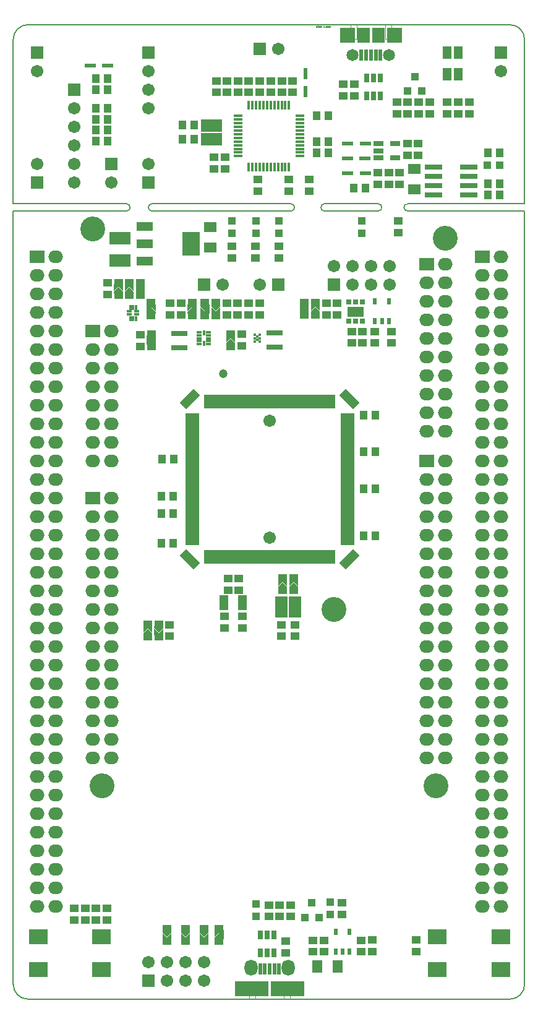
<source format=gts>
%FSLAX25Y25*%
%MOIN*%
G70*
G01*
G75*
G04 Layer_Color=8388736*
%ADD10R,0.01575X0.05315*%
%ADD11R,0.07087X0.07480*%
%ADD12R,0.05906X0.07480*%
%ADD13R,0.03937X0.03937*%
%ADD14C,0.03937*%
%ADD15R,0.04724X0.02362*%
%ADD16R,0.03937X0.00787*%
%ADD17R,0.00787X0.03937*%
%ADD18R,0.03937X0.07087*%
%ADD19R,0.02362X0.04331*%
%ADD20R,0.01600X0.03000*%
%ADD21R,0.06496X0.01181*%
%ADD22R,0.01181X0.06496*%
G04:AMPARAMS|DCode=23|XSize=39.37mil|YSize=98.43mil|CornerRadius=0mil|HoleSize=0mil|Usage=FLASHONLY|Rotation=135.000|XOffset=0mil|YOffset=0mil|HoleType=Round|Shape=Rectangle|*
%AMROTATEDRECTD23*
4,1,4,0.04872,0.02088,-0.02088,-0.04872,-0.04872,-0.02088,0.02088,0.04872,0.04872,0.02088,0.0*
%
%ADD23ROTATEDRECTD23*%

G04:AMPARAMS|DCode=24|XSize=39.37mil|YSize=98.43mil|CornerRadius=0mil|HoleSize=0mil|Usage=FLASHONLY|Rotation=225.000|XOffset=0mil|YOffset=0mil|HoleType=Round|Shape=Rectangle|*
%AMROTATEDRECTD24*
4,1,4,-0.02088,0.04872,0.04872,-0.02088,0.02088,-0.04872,-0.04872,0.02088,-0.02088,0.04872,0.0*
%
%ADD24ROTATEDRECTD24*%

%ADD25R,0.08661X0.02362*%
%ADD26R,0.01772X0.01969*%
%ADD27R,0.07874X0.04724*%
%ADD28R,0.08000X0.04000*%
%ADD29R,0.09000X0.12000*%
%ADD30R,0.04331X0.05906*%
%ADD31R,0.01575X0.05315*%
%ADD32R,0.06000X0.05000*%
%ADD33R,0.11024X0.05906*%
%ADD34R,0.10630X0.05906*%
%ADD35R,0.09055X0.07087*%
%ADD36R,0.03150X0.03543*%
%ADD37R,0.07874X0.02362*%
%ADD38R,0.03937X0.03543*%
%ADD39R,0.04000X0.03200*%
%ADD40C,0.00906*%
%ADD41R,0.01969X0.00984*%
%ADD42R,0.00984X0.01969*%
%ADD43R,0.03543X0.03937*%
%ADD44R,0.05315X0.01575*%
%ADD45R,0.03937X0.03937*%
%ADD46R,0.05906X0.10630*%
%ADD47R,0.05000X0.06000*%
%ADD48C,0.01000*%
%ADD49C,0.03000*%
%ADD50C,0.02000*%
%ADD51C,0.00500*%
%ADD52C,0.00800*%
%ADD53C,0.00900*%
%ADD54C,0.00600*%
%ADD55C,0.04000*%
%ADD56C,0.00610*%
%ADD57C,0.01600*%
%ADD58R,0.09000X0.05500*%
%ADD59R,0.11400X0.05400*%
%ADD60R,0.24300X0.08400*%
%ADD61R,0.23700X0.05006*%
%ADD62C,0.00394*%
%ADD63C,0.00197*%
%ADD64O,0.06299X0.07874*%
%ADD65R,0.09449X0.07480*%
%ADD66C,0.05709*%
%ADD67O,0.07087X0.05906*%
%ADD68R,0.07087X0.05906*%
%ADD69C,0.05906*%
%ADD70R,0.05906X0.05906*%
%ADD71R,0.05906X0.05906*%
%ADD72C,0.12598*%
%ADD73C,0.01500*%
%ADD74C,0.01600*%
%ADD75C,0.02000*%
%ADD76R,0.01181X0.01772*%
%ADD77R,0.03000X0.03000*%
%ADD78R,0.01181X0.03150*%
%ADD79C,0.01260*%
%ADD80R,0.03200X0.04000*%
%ADD81C,0.00984*%
%ADD82C,0.00787*%
%ADD83C,0.00050*%
%ADD84C,0.01200*%
%ADD85C,0.00300*%
%ADD86C,0.00120*%
%ADD87R,0.00730X0.02560*%
%ADD88R,0.06700X0.01800*%
%ADD89R,0.00650X0.02300*%
%ADD90R,0.03000X0.13551*%
%ADD91R,0.02300X0.00650*%
%ADD92R,0.01800X0.06700*%
%ADD93R,0.02560X0.00730*%
%ADD94R,0.02375X0.06115*%
%ADD95R,0.07887X0.08280*%
%ADD96R,0.06706X0.08280*%
%ADD97C,0.04737*%
%ADD98R,0.05524X0.03162*%
%ADD99R,0.04737X0.01587*%
%ADD100R,0.01587X0.04737*%
%ADD101R,0.04737X0.07887*%
%ADD102R,0.03162X0.05131*%
%ADD103R,0.02400X0.03800*%
%ADD104R,0.07296X0.01981*%
%ADD105R,0.01981X0.07296*%
G04:AMPARAMS|DCode=106|XSize=47.37mil|YSize=106.42mil|CornerRadius=0mil|HoleSize=0mil|Usage=FLASHONLY|Rotation=135.000|XOffset=0mil|YOffset=0mil|HoleType=Round|Shape=Rectangle|*
%AMROTATEDRECTD106*
4,1,4,0.05438,0.02088,-0.02088,-0.05438,-0.05438,-0.02088,0.02088,0.05438,0.05438,0.02088,0.0*
%
%ADD106ROTATEDRECTD106*%

G04:AMPARAMS|DCode=107|XSize=47.37mil|YSize=106.42mil|CornerRadius=0mil|HoleSize=0mil|Usage=FLASHONLY|Rotation=225.000|XOffset=0mil|YOffset=0mil|HoleType=Round|Shape=Rectangle|*
%AMROTATEDRECTD107*
4,1,4,-0.02088,0.05438,0.05438,-0.02088,0.02088,-0.05438,-0.05438,0.02088,-0.02088,0.05438,0.0*
%
%ADD107ROTATEDRECTD107*%

%ADD108R,0.09461X0.03162*%
%ADD109R,0.02572X0.02769*%
%ADD110R,0.08674X0.05524*%
%ADD111R,0.08800X0.04800*%
%ADD112R,0.09800X0.12800*%
%ADD113R,0.05131X0.06706*%
%ADD114R,0.02375X0.06115*%
%ADD115R,0.06800X0.05800*%
%ADD116R,0.11824X0.06706*%
%ADD117R,0.11430X0.06706*%
%ADD118R,0.09855X0.07887*%
%ADD119R,0.03950X0.04343*%
%ADD120R,0.08674X0.03162*%
%ADD121R,0.04737X0.04343*%
%ADD122R,0.04800X0.04000*%
%ADD123C,0.01706*%
%ADD124R,0.02769X0.01784*%
%ADD125R,0.01784X0.02769*%
%ADD126R,0.04343X0.04737*%
%ADD127R,0.06115X0.02375*%
%ADD128R,0.06706X0.11430*%
%ADD129R,0.05800X0.06800*%
%ADD130O,0.07099X0.08674*%
%ADD131R,0.10249X0.08280*%
%ADD132C,0.06509*%
%ADD133O,0.07887X0.06706*%
%ADD134R,0.07887X0.06706*%
%ADD135C,0.06706*%
%ADD136R,0.06706X0.06706*%
%ADD137R,0.06706X0.06706*%
%ADD138C,0.13398*%
G36*
X104800Y2225D02*
Y1225D01*
X100000D01*
Y2225D01*
X102400Y4625D01*
X104800Y2225D01*
D02*
G37*
G36*
X110700D02*
Y1225D01*
X105900D01*
Y2225D01*
X108300Y4625D01*
X110700Y2225D01*
D02*
G37*
G36*
X32100Y-22575D02*
X29700Y-20175D01*
X27300Y-22575D01*
Y-18775D01*
X32100D01*
Y-22575D01*
D02*
G37*
G36*
X38000Y-20025D02*
X35600Y-22425D01*
X33200Y-20025D01*
Y-19025D01*
X38000D01*
Y-20025D01*
D02*
G37*
G36*
X104800Y2425D02*
X102400Y4825D01*
X100000Y2425D01*
Y6225D01*
X104800D01*
Y2425D01*
D02*
G37*
G36*
X76800Y133625D02*
Y132625D01*
X72000D01*
Y133625D01*
X74400Y136025D01*
X76800Y133625D01*
D02*
G37*
G36*
X34000Y133700D02*
X31600Y136100D01*
X29200Y133700D01*
Y137500D01*
X34000D01*
Y133700D01*
D02*
G37*
G36*
X110700Y2425D02*
X108300Y4825D01*
X105900Y2425D01*
Y6225D01*
X110700D01*
Y2425D01*
D02*
G37*
G36*
X34000Y133500D02*
Y132500D01*
X29200D01*
Y133500D01*
X31600Y135900D01*
X34000Y133500D01*
D02*
G37*
G36*
X38000Y-24025D02*
X33200D01*
Y-20225D01*
X35600Y-22625D01*
X38000Y-20225D01*
Y-24025D01*
D02*
G37*
G36*
X52400Y-188025D02*
X47600D01*
Y-184225D01*
X50000Y-186625D01*
X52400Y-184225D01*
Y-188025D01*
D02*
G37*
G36*
X62400D02*
X57600D01*
Y-184225D01*
X60000Y-186625D01*
X62400Y-184225D01*
Y-188025D01*
D02*
G37*
G36*
X70600Y-186775D02*
Y-187775D01*
X65800D01*
Y-186775D01*
X68200Y-184375D01*
X70600Y-186775D01*
D02*
G37*
G36*
X42400Y-188025D02*
X37600D01*
Y-184225D01*
X40000Y-186625D01*
X42400Y-184225D01*
Y-188025D01*
D02*
G37*
G36*
X70600Y-186575D02*
X68200Y-184175D01*
X65800Y-186575D01*
Y-182775D01*
X70600D01*
Y-186575D01*
D02*
G37*
G36*
X62400Y-184025D02*
X60000Y-186425D01*
X57600Y-184025D01*
Y-183025D01*
X62400D01*
Y-184025D01*
D02*
G37*
G36*
X32100Y-22775D02*
Y-23775D01*
X27300D01*
Y-22775D01*
X29700Y-20375D01*
X32100Y-22775D01*
D02*
G37*
G36*
X42400Y-184025D02*
X40000Y-186425D01*
X37600Y-184025D01*
Y-183025D01*
X42400D01*
Y-184025D01*
D02*
G37*
G36*
X52400D02*
X50000Y-186425D01*
X47600Y-184025D01*
Y-183025D01*
X52400D01*
Y-184025D01*
D02*
G37*
G36*
X116500Y153375D02*
X114100Y150975D01*
X111700Y153375D01*
Y154375D01*
X116500D01*
Y153375D01*
D02*
G37*
G36*
X16300Y161325D02*
Y160325D01*
X11500D01*
Y161325D01*
X13900Y163725D01*
X16300Y161325D01*
D02*
G37*
G36*
X68800Y153175D02*
X66400Y150775D01*
X64000Y153175D01*
Y154175D01*
X68800D01*
Y153175D01*
D02*
G37*
G36*
X116500Y149375D02*
X111700D01*
Y153175D01*
X114100Y150775D01*
X116500Y153175D01*
Y149375D01*
D02*
G37*
G36*
X22177Y161330D02*
Y160330D01*
X17377D01*
Y161330D01*
X19777Y163731D01*
X22177Y161330D01*
D02*
G37*
G36*
Y161530D02*
X19777Y163930D01*
X17377Y161530D01*
Y165331D01*
X22177D01*
Y161530D01*
D02*
G37*
G36*
X28100Y164075D02*
X25700Y161675D01*
X23300Y164075D01*
Y165075D01*
X28100D01*
Y164075D01*
D02*
G37*
G36*
Y160075D02*
X23300D01*
Y163875D01*
X25700Y161475D01*
X28100Y163875D01*
Y160075D01*
D02*
G37*
G36*
X16300Y161525D02*
X13900Y163925D01*
X11500Y161525D01*
Y165325D01*
X16300D01*
Y161525D01*
D02*
G37*
G36*
X62900Y153175D02*
X60500Y150775D01*
X58100Y153175D01*
Y154175D01*
X62900D01*
Y153175D01*
D02*
G37*
G36*
X56000Y150400D02*
Y149400D01*
X51200D01*
Y150400D01*
X53600Y152800D01*
X56000Y150400D01*
D02*
G37*
G36*
X122400Y150525D02*
Y149525D01*
X117600D01*
Y150525D01*
X120000Y152925D01*
X122400Y150525D01*
D02*
G37*
G36*
X76800Y133825D02*
X74400Y136225D01*
X72000Y133825D01*
Y137625D01*
X76800D01*
Y133825D01*
D02*
G37*
G36*
X33900Y150400D02*
Y149400D01*
X29100D01*
Y150400D01*
X31500Y152800D01*
X33900Y150400D01*
D02*
G37*
G36*
X62900Y149175D02*
X58100D01*
Y152975D01*
X60500Y150575D01*
X62900Y152975D01*
Y149175D01*
D02*
G37*
G36*
X56000Y150600D02*
X53600Y153000D01*
X51200Y150600D01*
Y154400D01*
X56000D01*
Y150600D01*
D02*
G37*
G36*
X122400Y150725D02*
X120000Y153125D01*
X117600Y150725D01*
Y154525D01*
X122400D01*
Y150725D01*
D02*
G37*
G36*
X68800Y149175D02*
X64000D01*
Y152975D01*
X66400Y150575D01*
X68800Y152975D01*
Y149175D01*
D02*
G37*
G36*
X33900Y150600D02*
X31500Y153000D01*
X29100Y150600D01*
Y154400D01*
X33900D01*
Y150600D01*
D02*
G37*
D13*
X87900Y199346D02*
D03*
Y192654D02*
D03*
X128101Y-174447D02*
D03*
Y-167754D02*
D03*
X75100Y199346D02*
D03*
Y192654D02*
D03*
X100400Y199346D02*
D03*
Y192654D02*
D03*
X88000Y-168754D02*
D03*
Y-175446D02*
D03*
X145104Y192586D02*
D03*
Y199279D02*
D03*
D45*
X219346Y229400D02*
D03*
X212653D02*
D03*
D51*
X232796Y297086D02*
G03*
X224921Y304960I-7874J0D01*
G01*
X-34921D02*
G03*
X-42795Y297086I0J-7874D01*
G01*
X106811Y204566D02*
G03*
X106811Y208503I0J1969D01*
G01*
X32008D02*
G03*
X32008Y204566I0J-1969D01*
G01*
X18229D02*
G03*
X18229Y208503I0J1969D01*
G01*
X153858Y204566D02*
G03*
X153858Y208503I0J1969D01*
G01*
X125000Y208503D02*
G03*
X125000Y204566I-0J-1969D01*
G01*
X169803Y208503D02*
G03*
X169803Y204566I0J-1969D01*
G01*
X224921Y-219980D02*
G03*
X232796Y-212106I0J7874D01*
G01*
X-42780Y-212122D02*
G03*
X-34906Y-219996I7874J0D01*
G01*
X-42795Y-212126D02*
Y204567D01*
X232796Y297086D02*
X232796Y297086D01*
Y208503D02*
Y297086D01*
Y-212126D02*
Y204566D01*
X-42795Y208503D02*
Y297086D01*
Y204566D02*
X18229D01*
X-42795Y208503D02*
X18229D01*
X169803D02*
X232796D01*
X169803Y204566D02*
X232796D01*
X32008Y208503D02*
X106811Y208503D01*
X32008Y204566D02*
X106811Y204566D01*
X-34921Y304960D02*
X224921D01*
X125000Y208503D02*
X153858D01*
X125000Y204566D02*
X153858D01*
X-34921Y-220000D02*
X224921D01*
D62*
X71778Y-219968D02*
X84298D01*
Y-212488D01*
X87841D01*
Y-219968D02*
Y-212488D01*
Y-219968D02*
X95400D01*
X102959D01*
Y-212488D01*
X106502D01*
Y-219968D02*
Y-212488D01*
Y-219968D02*
X119022D01*
X161102Y304789D02*
X173622D01*
X161102Y297309D02*
Y304789D01*
X157559Y297309D02*
X161102D01*
X157559D02*
Y304789D01*
X150000D02*
X157559D01*
X142441D02*
X150000D01*
X142441Y297309D02*
Y304789D01*
X138898Y297309D02*
X142441D01*
X138898D02*
Y304789D01*
X126378D02*
X138898D01*
D63*
X128000Y303479D02*
Y304266D01*
X127606D01*
X127475Y304135D01*
Y304003D01*
X127606Y303872D01*
X128000D01*
X127606D01*
X127475Y303741D01*
Y303610D01*
X127606Y303479D01*
X128000D01*
X127082Y304266D02*
X126819D01*
X126688Y304135D01*
Y303872D01*
X126819Y303741D01*
X127082D01*
X127213Y303872D01*
Y304135D01*
X127082Y304266D01*
X126295Y303741D02*
X126032D01*
X125901Y303872D01*
Y304266D01*
X126295D01*
X126426Y304135D01*
X126295Y304003D01*
X125901D01*
X125639Y303741D02*
Y304266D01*
Y304003D01*
X125507Y303872D01*
X125376Y303741D01*
X125245D01*
X124327Y303479D02*
Y304266D01*
X124720D01*
X124851Y304135D01*
Y303872D01*
X124720Y303741D01*
X124327D01*
X122883Y304266D02*
X123146D01*
X123277Y304135D01*
Y303872D01*
X123146Y303741D01*
X122883D01*
X122752Y303872D01*
Y304003D01*
X123277D01*
X121965Y303479D02*
Y304266D01*
X122359D01*
X122490Y304135D01*
Y303872D01*
X122359Y303741D01*
X121965D01*
X121440Y304528D02*
X121309D01*
X121178Y304397D01*
Y303741D01*
X121572D01*
X121703Y303872D01*
Y304135D01*
X121572Y304266D01*
X121178D01*
X120522D02*
X120784D01*
X120916Y304135D01*
Y303872D01*
X120784Y303741D01*
X120522D01*
X120391Y303872D01*
Y304003D01*
X120916D01*
D94*
X100518Y-203679D02*
D03*
X97959D02*
D03*
X95400D02*
D03*
X92841D02*
D03*
X90282D02*
D03*
X144882Y288500D02*
D03*
X147441D02*
D03*
X150000D02*
D03*
X152559D02*
D03*
X155118D02*
D03*
D95*
X90872Y-214309D02*
D03*
X99928D02*
D03*
X162598Y299130D02*
D03*
X137402D02*
D03*
D96*
X153937D02*
D03*
X146063D02*
D03*
D97*
X70300Y117000D02*
D03*
D98*
X163028Y240840D02*
D03*
Y233360D02*
D03*
X153972Y237100D02*
D03*
Y233360D02*
D03*
Y240840D02*
D03*
D99*
X111732Y255827D02*
D03*
X78268Y240079D02*
D03*
Y255827D02*
D03*
X111732Y245984D02*
D03*
Y240079D02*
D03*
Y249921D02*
D03*
Y247953D02*
D03*
X78268Y234173D02*
D03*
X111732D02*
D03*
Y238110D02*
D03*
Y236142D02*
D03*
X78268Y244016D02*
D03*
X111732Y251890D02*
D03*
X78268Y245984D02*
D03*
Y247953D02*
D03*
X111732Y242047D02*
D03*
X78268Y253858D02*
D03*
Y251890D02*
D03*
X111732Y244016D02*
D03*
X78268Y236142D02*
D03*
Y249921D02*
D03*
X111732Y253858D02*
D03*
X78268Y242047D02*
D03*
Y238110D02*
D03*
D100*
X105827Y228268D02*
D03*
X101890D02*
D03*
X90079Y261732D02*
D03*
X94016D02*
D03*
X99921Y228268D02*
D03*
X88110Y261732D02*
D03*
X84173D02*
D03*
X94016Y228268D02*
D03*
X84173D02*
D03*
X90079D02*
D03*
X92047D02*
D03*
X88110D02*
D03*
X105827Y261732D02*
D03*
X92047D02*
D03*
X86142Y228268D02*
D03*
X103858D02*
D03*
X97953D02*
D03*
X86142Y261732D02*
D03*
X95984Y228268D02*
D03*
X99921Y261732D02*
D03*
X101890D02*
D03*
X103858D02*
D03*
X97953D02*
D03*
X95984D02*
D03*
D101*
X70879Y-6500D02*
D03*
X80721D02*
D03*
D102*
X155040Y276124D02*
D03*
X151300D02*
D03*
X147560D02*
D03*
Y266676D02*
D03*
X151300D02*
D03*
X155040D02*
D03*
X90260Y-194924D02*
D03*
X94000D02*
D03*
X97740D02*
D03*
Y-185476D02*
D03*
X94000D02*
D03*
X90260D02*
D03*
D103*
X130960Y-183885D02*
D03*
X138440D02*
D03*
X134700Y-194515D02*
D03*
X138440D02*
D03*
X130960D02*
D03*
X152209Y145285D02*
D03*
X159690D02*
D03*
X155950D02*
D03*
X159690Y155915D02*
D03*
X152209D02*
D03*
D104*
X53569Y25551D02*
D03*
Y27520D02*
D03*
Y29488D02*
D03*
Y31457D02*
D03*
Y33425D02*
D03*
Y35394D02*
D03*
Y37362D02*
D03*
Y39331D02*
D03*
Y41299D02*
D03*
Y43268D02*
D03*
Y45236D02*
D03*
Y47205D02*
D03*
Y49173D02*
D03*
Y51142D02*
D03*
Y53110D02*
D03*
Y55079D02*
D03*
Y57047D02*
D03*
Y59016D02*
D03*
Y60984D02*
D03*
Y62953D02*
D03*
Y64921D02*
D03*
Y66890D02*
D03*
Y68858D02*
D03*
Y70827D02*
D03*
Y72795D02*
D03*
Y74764D02*
D03*
Y76732D02*
D03*
Y78701D02*
D03*
Y80669D02*
D03*
Y82638D02*
D03*
Y84606D02*
D03*
Y86575D02*
D03*
Y88543D02*
D03*
Y90512D02*
D03*
Y92480D02*
D03*
Y94449D02*
D03*
X137231D02*
D03*
Y92480D02*
D03*
Y90512D02*
D03*
Y88543D02*
D03*
Y86575D02*
D03*
Y84606D02*
D03*
Y82638D02*
D03*
Y80669D02*
D03*
Y78701D02*
D03*
Y76732D02*
D03*
Y74764D02*
D03*
Y72795D02*
D03*
Y70827D02*
D03*
Y68858D02*
D03*
Y66890D02*
D03*
Y64921D02*
D03*
Y62953D02*
D03*
Y60984D02*
D03*
Y59016D02*
D03*
Y57047D02*
D03*
Y55079D02*
D03*
Y53110D02*
D03*
Y51142D02*
D03*
Y49173D02*
D03*
Y47205D02*
D03*
Y45236D02*
D03*
Y43268D02*
D03*
Y41299D02*
D03*
Y39331D02*
D03*
Y37362D02*
D03*
Y35394D02*
D03*
Y33425D02*
D03*
Y31457D02*
D03*
Y29488D02*
D03*
Y27520D02*
D03*
Y25551D02*
D03*
D105*
X60951Y101831D02*
D03*
X62920D02*
D03*
X64888D02*
D03*
X66857D02*
D03*
X68825D02*
D03*
X70794D02*
D03*
X72762D02*
D03*
X74731D02*
D03*
X76699D02*
D03*
X78668D02*
D03*
X80636D02*
D03*
X82605D02*
D03*
X84573D02*
D03*
X86542D02*
D03*
X88510D02*
D03*
X90479D02*
D03*
X92447D02*
D03*
X94416D02*
D03*
X96384D02*
D03*
X98353D02*
D03*
X100321D02*
D03*
X102290D02*
D03*
X104258D02*
D03*
X106227D02*
D03*
X108195D02*
D03*
X110164D02*
D03*
X112132D02*
D03*
X114101D02*
D03*
X116069D02*
D03*
X118038D02*
D03*
X120006D02*
D03*
X121975D02*
D03*
X123943D02*
D03*
X125912D02*
D03*
X127880D02*
D03*
X129849D02*
D03*
Y18169D02*
D03*
X127880D02*
D03*
X125912D02*
D03*
X123943D02*
D03*
X121975D02*
D03*
X120006D02*
D03*
X118038D02*
D03*
X116069D02*
D03*
X114101D02*
D03*
X112132D02*
D03*
X110164D02*
D03*
X108195D02*
D03*
X106227D02*
D03*
X104258D02*
D03*
X102290D02*
D03*
X100321D02*
D03*
X98353D02*
D03*
X96384D02*
D03*
X94416D02*
D03*
X92447D02*
D03*
X90479D02*
D03*
X88510D02*
D03*
X86542D02*
D03*
X84573D02*
D03*
X82605D02*
D03*
X80636D02*
D03*
X78668D02*
D03*
X76699D02*
D03*
X74731D02*
D03*
X72762D02*
D03*
X70794D02*
D03*
X68825D02*
D03*
X66857D02*
D03*
X64888D02*
D03*
X62920D02*
D03*
X60951D02*
D03*
D106*
X52250Y103150D02*
D03*
X138550Y16850D02*
D03*
D107*
X52250D02*
D03*
X138550Y103150D02*
D03*
D108*
X183753Y228400D02*
D03*
Y223400D02*
D03*
Y218400D02*
D03*
Y213400D02*
D03*
X202847Y228400D02*
D03*
Y223400D02*
D03*
Y218400D02*
D03*
Y213400D02*
D03*
D109*
X145440Y145282D02*
D03*
X141700Y155518D02*
D03*
X145440D02*
D03*
X137960D02*
D03*
X141700Y145282D02*
D03*
X137960D02*
D03*
D110*
X141700Y150400D02*
D03*
D111*
X28000Y196300D02*
D03*
Y177700D02*
D03*
Y187000D02*
D03*
D112*
X53000D02*
D03*
D113*
X196953Y290005D02*
D03*
Y278194D02*
D03*
X191047D02*
D03*
Y290005D02*
D03*
D114*
X114700Y278524D02*
D03*
Y269076D02*
D03*
D115*
X63400Y185100D02*
D03*
Y196100D02*
D03*
X173500Y227400D02*
D03*
Y216400D02*
D03*
D116*
X14800Y177898D02*
D03*
Y190102D02*
D03*
D117*
X64200Y250740D02*
D03*
Y243260D02*
D03*
D118*
X219928Y-186442D02*
D03*
X185872D02*
D03*
Y-204158D02*
D03*
X219928D02*
D03*
X4828Y-204158D02*
D03*
X-29228D02*
D03*
Y-186442D02*
D03*
X4828D02*
D03*
D119*
X169742Y269163D02*
D03*
X177458D02*
D03*
X173600Y277037D02*
D03*
X114242Y-175937D02*
D03*
X121959D02*
D03*
X118101Y-168063D02*
D03*
D120*
X46600Y138540D02*
D03*
Y131060D02*
D03*
X98100Y138840D02*
D03*
Y131360D02*
D03*
D121*
X72300Y154950D02*
D03*
Y148650D02*
D03*
X41500Y-18250D02*
D03*
Y-24550D02*
D03*
X104200Y-188650D02*
D03*
Y-194950D02*
D03*
X75075Y185547D02*
D03*
Y179247D02*
D03*
X87800Y185550D02*
D03*
Y179250D02*
D03*
X90100Y274750D02*
D03*
Y268450D02*
D03*
X175500Y240850D02*
D03*
Y234550D02*
D03*
X169600Y234550D02*
D03*
Y240850D02*
D03*
X78400Y274750D02*
D03*
Y268450D02*
D03*
X89000Y215250D02*
D03*
Y221550D02*
D03*
X105800Y215250D02*
D03*
Y221550D02*
D03*
X145500Y139750D02*
D03*
Y133450D02*
D03*
X131800Y148750D02*
D03*
Y155050D02*
D03*
X139600Y133450D02*
D03*
Y139750D02*
D03*
X125900Y155050D02*
D03*
Y148750D02*
D03*
X1800Y-171050D02*
D03*
Y-177350D02*
D03*
X70900Y-13650D02*
D03*
Y-19950D02*
D03*
X80700Y-13650D02*
D03*
Y-19950D02*
D03*
X101600Y-18250D02*
D03*
Y-24550D02*
D03*
X109100Y-18250D02*
D03*
Y-24550D02*
D03*
X174300Y-194450D02*
D03*
Y-188150D02*
D03*
X163900Y256950D02*
D03*
Y263250D02*
D03*
X100400Y185550D02*
D03*
Y179250D02*
D03*
X107800Y268450D02*
D03*
Y274750D02*
D03*
X101900Y274750D02*
D03*
Y268450D02*
D03*
X96000Y268450D02*
D03*
Y274750D02*
D03*
X72500Y268450D02*
D03*
Y274750D02*
D03*
X66600Y268450D02*
D03*
Y274750D02*
D03*
X84200Y274750D02*
D03*
Y268450D02*
D03*
X65400Y233620D02*
D03*
Y227321D02*
D03*
X71300Y233620D02*
D03*
Y227321D02*
D03*
X116600Y215250D02*
D03*
Y221550D02*
D03*
X196900Y263250D02*
D03*
Y256950D02*
D03*
X191000Y263250D02*
D03*
Y256950D02*
D03*
X202900D02*
D03*
Y263250D02*
D03*
X181570Y256950D02*
D03*
Y263250D02*
D03*
X169770Y256950D02*
D03*
Y263250D02*
D03*
X175670Y263250D02*
D03*
Y256950D02*
D03*
X141100Y272950D02*
D03*
Y266650D02*
D03*
X135200Y266650D02*
D03*
Y272950D02*
D03*
X164800Y193050D02*
D03*
Y199350D02*
D03*
X7700Y-171050D02*
D03*
Y-177350D02*
D03*
X-4100Y-171050D02*
D03*
Y-177350D02*
D03*
X-10000Y-171050D02*
D03*
Y-177350D02*
D03*
X72900Y6675D02*
D03*
Y375D02*
D03*
X78800Y6650D02*
D03*
Y350D02*
D03*
X94900Y-169250D02*
D03*
Y-175550D02*
D03*
X144800Y-194550D02*
D03*
Y-188250D02*
D03*
X161000Y133450D02*
D03*
Y139750D02*
D03*
X150668Y-188150D02*
D03*
Y-194450D02*
D03*
X106700Y-175550D02*
D03*
Y-169250D02*
D03*
X100800D02*
D03*
Y-175550D02*
D03*
X134501Y-168150D02*
D03*
Y-174450D02*
D03*
X124600Y-188250D02*
D03*
Y-194550D02*
D03*
X118700Y-188250D02*
D03*
Y-194550D02*
D03*
X152200Y133450D02*
D03*
Y139750D02*
D03*
X8000Y159550D02*
D03*
Y165850D02*
D03*
X165500Y225250D02*
D03*
Y218950D02*
D03*
X159600Y218950D02*
D03*
Y225250D02*
D03*
X153700Y218950D02*
D03*
Y225250D02*
D03*
X25753Y138025D02*
D03*
Y131725D02*
D03*
X47684Y148625D02*
D03*
Y154925D02*
D03*
X41659D02*
D03*
Y148625D02*
D03*
X90031Y154975D02*
D03*
Y148675D02*
D03*
X83983D02*
D03*
Y154975D02*
D03*
X78200Y154950D02*
D03*
Y148650D02*
D03*
X80300Y138125D02*
D03*
Y131825D02*
D03*
D122*
X60500Y155175D02*
D03*
Y148425D02*
D03*
X68200Y-188775D02*
D03*
Y-182025D02*
D03*
X40000Y-182025D02*
D03*
Y-188775D02*
D03*
X60000Y-182025D02*
D03*
Y-188775D02*
D03*
X50000Y-182025D02*
D03*
Y-188775D02*
D03*
X35600Y-18025D02*
D03*
Y-24775D02*
D03*
X29700Y-24775D02*
D03*
Y-18025D02*
D03*
X108300Y225D02*
D03*
Y6975D02*
D03*
X102400Y225D02*
D03*
Y6975D02*
D03*
X114100Y155375D02*
D03*
Y148625D02*
D03*
X19777Y159330D02*
D03*
Y166080D02*
D03*
X25700Y166075D02*
D03*
Y159325D02*
D03*
X13900Y159325D02*
D03*
Y166075D02*
D03*
X31500Y148400D02*
D03*
Y155150D02*
D03*
X31600Y131500D02*
D03*
Y138250D02*
D03*
X53600Y148400D02*
D03*
Y155150D02*
D03*
X66400Y155175D02*
D03*
Y148425D02*
D03*
X74400Y131625D02*
D03*
Y138375D02*
D03*
X120000Y155275D02*
D03*
Y148525D02*
D03*
D123*
X89997Y134141D02*
D03*
X88769Y135126D02*
D03*
X87540Y134141D02*
D03*
X89997Y136110D02*
D03*
X87540D02*
D03*
X89997Y138078D02*
D03*
X88769Y137094D02*
D03*
X87540Y138078D02*
D03*
D124*
X19831Y150487D02*
D03*
Y148913D02*
D03*
X23768D02*
D03*
Y150487D02*
D03*
X62361Y139250D02*
D03*
Y137675D02*
D03*
Y136100D02*
D03*
Y134525D02*
D03*
Y132950D02*
D03*
X57439D02*
D03*
Y134525D02*
D03*
Y136100D02*
D03*
Y137675D02*
D03*
Y139250D02*
D03*
D125*
X20225Y146747D02*
D03*
X21800D02*
D03*
X23375D02*
D03*
Y152653D02*
D03*
X21800D02*
D03*
X20225D02*
D03*
X59900Y139053D02*
D03*
Y133147D02*
D03*
D126*
X145950Y94500D02*
D03*
X152250D02*
D03*
X54850Y243200D02*
D03*
X48550D02*
D03*
X54850Y250800D02*
D03*
X48550D02*
D03*
X140650Y216800D02*
D03*
X146950D02*
D03*
X127150Y255800D02*
D03*
X120850D02*
D03*
X219350Y219300D02*
D03*
X213050D02*
D03*
X43250Y25500D02*
D03*
X36950D02*
D03*
X43850Y70800D02*
D03*
X37550D02*
D03*
X145950Y74800D02*
D03*
X152250D02*
D03*
X145950Y55100D02*
D03*
X152250D02*
D03*
X145950Y29500D02*
D03*
X152250D02*
D03*
X43350Y51100D02*
D03*
X37050D02*
D03*
X8150Y270000D02*
D03*
X1850D02*
D03*
X1850Y275900D02*
D03*
X8150D02*
D03*
X8150Y260000D02*
D03*
X1850D02*
D03*
X8150Y254100D02*
D03*
X1850D02*
D03*
X8150Y248200D02*
D03*
X1850D02*
D03*
X8150Y242300D02*
D03*
X1850D02*
D03*
X127150Y242000D02*
D03*
X120850D02*
D03*
X219350Y236000D02*
D03*
X213050D02*
D03*
X43450Y41700D02*
D03*
X37150D02*
D03*
X127150Y236100D02*
D03*
X120850D02*
D03*
X219350Y213400D02*
D03*
X213050D02*
D03*
D127*
X8124Y283000D02*
D03*
X-1324D02*
D03*
X146924Y240800D02*
D03*
X137476D02*
D03*
X146924Y225100D02*
D03*
X137476D02*
D03*
X146824Y233000D02*
D03*
X137376D02*
D03*
D128*
X109040Y-8800D02*
D03*
X101560D02*
D03*
D129*
X121000Y-202400D02*
D03*
X132000D02*
D03*
D130*
X105282Y-202891D02*
D03*
X85482D02*
D03*
D131*
X81621Y-214309D02*
D03*
X109179D02*
D03*
D132*
X140157Y288500D02*
D03*
X159843D02*
D03*
D133*
X190000Y-70000D02*
D03*
X180000D02*
D03*
Y-30000D02*
D03*
X190000D02*
D03*
Y-50000D02*
D03*
X180000D02*
D03*
X190000Y-40000D02*
D03*
X180000D02*
D03*
Y-60000D02*
D03*
X190000D02*
D03*
Y-10000D02*
D03*
X180000D02*
D03*
Y10000D02*
D03*
X190000D02*
D03*
X180000Y0D02*
D03*
X190000D02*
D03*
Y20000D02*
D03*
X180000D02*
D03*
X190000Y30000D02*
D03*
X180000D02*
D03*
X190000Y40000D02*
D03*
X180000D02*
D03*
X190000Y50000D02*
D03*
X180000D02*
D03*
X190000Y60000D02*
D03*
X180000D02*
D03*
X190000Y70000D02*
D03*
X180000Y-20000D02*
D03*
X190000D02*
D03*
Y-80000D02*
D03*
X180000D02*
D03*
Y-90000D02*
D03*
X190000D02*
D03*
Y86000D02*
D03*
X180000D02*
D03*
X190000Y176000D02*
D03*
X180000Y166000D02*
D03*
X190000D02*
D03*
X180000Y156000D02*
D03*
X190000D02*
D03*
X180000Y146000D02*
D03*
X190000D02*
D03*
X180000Y136000D02*
D03*
X190000D02*
D03*
X180000Y126000D02*
D03*
X190000D02*
D03*
Y106000D02*
D03*
X180000D02*
D03*
X190000Y116000D02*
D03*
X180000D02*
D03*
Y96000D02*
D03*
X190000D02*
D03*
X10000Y-90000D02*
D03*
X0D02*
D03*
Y-50000D02*
D03*
X10000D02*
D03*
Y-70000D02*
D03*
X0D02*
D03*
X10000Y-60000D02*
D03*
X0D02*
D03*
Y-80000D02*
D03*
X10000D02*
D03*
Y-30000D02*
D03*
X0D02*
D03*
Y-10000D02*
D03*
X10000D02*
D03*
X0Y-20000D02*
D03*
X10000D02*
D03*
Y0D02*
D03*
X0D02*
D03*
X10000Y10000D02*
D03*
X0D02*
D03*
X10000Y20000D02*
D03*
X0D02*
D03*
X10000Y30000D02*
D03*
X0D02*
D03*
X10000Y40000D02*
D03*
X0D02*
D03*
X10000Y50000D02*
D03*
X0Y-40000D02*
D03*
X10000D02*
D03*
Y140000D02*
D03*
X0Y130000D02*
D03*
X10000D02*
D03*
X0Y120000D02*
D03*
X10000D02*
D03*
X0Y110000D02*
D03*
X10000D02*
D03*
X0Y100000D02*
D03*
X10000D02*
D03*
X0Y90000D02*
D03*
X10000D02*
D03*
Y70000D02*
D03*
X0D02*
D03*
X10000Y80000D02*
D03*
X0D02*
D03*
X-20000Y140000D02*
D03*
Y150000D02*
D03*
Y160000D02*
D03*
Y170000D02*
D03*
Y130000D02*
D03*
Y80000D02*
D03*
Y120000D02*
D03*
Y110000D02*
D03*
Y100000D02*
D03*
Y90000D02*
D03*
Y30000D02*
D03*
Y70000D02*
D03*
Y60000D02*
D03*
Y50000D02*
D03*
Y40000D02*
D03*
Y-20000D02*
D03*
Y20000D02*
D03*
Y10000D02*
D03*
Y0D02*
D03*
Y-10000D02*
D03*
Y-30000D02*
D03*
Y-40000D02*
D03*
Y-50000D02*
D03*
Y-60000D02*
D03*
Y-160000D02*
D03*
Y-150000D02*
D03*
Y-140000D02*
D03*
Y-130000D02*
D03*
Y-110000D02*
D03*
Y-100000D02*
D03*
Y-90000D02*
D03*
Y-80000D02*
D03*
Y-120000D02*
D03*
Y-70000D02*
D03*
X-30000D02*
D03*
Y-120000D02*
D03*
Y-80000D02*
D03*
Y-90000D02*
D03*
Y-100000D02*
D03*
Y-110000D02*
D03*
Y-130000D02*
D03*
Y-140000D02*
D03*
Y-150000D02*
D03*
Y-160000D02*
D03*
Y-60000D02*
D03*
Y-50000D02*
D03*
Y-40000D02*
D03*
Y-30000D02*
D03*
Y-10000D02*
D03*
Y0D02*
D03*
Y10000D02*
D03*
Y20000D02*
D03*
Y-20000D02*
D03*
Y40000D02*
D03*
Y50000D02*
D03*
Y60000D02*
D03*
Y70000D02*
D03*
Y30000D02*
D03*
Y90000D02*
D03*
Y100000D02*
D03*
Y110000D02*
D03*
Y120000D02*
D03*
Y80000D02*
D03*
Y130000D02*
D03*
Y170000D02*
D03*
Y160000D02*
D03*
Y150000D02*
D03*
Y140000D02*
D03*
X-20000Y180000D02*
D03*
X-30000Y-170000D02*
D03*
X-20000D02*
D03*
X220000Y139900D02*
D03*
Y149900D02*
D03*
Y159900D02*
D03*
Y169900D02*
D03*
Y129900D02*
D03*
Y79900D02*
D03*
Y119900D02*
D03*
Y109900D02*
D03*
Y99900D02*
D03*
Y89900D02*
D03*
Y29900D02*
D03*
Y69900D02*
D03*
Y59900D02*
D03*
Y49900D02*
D03*
Y39900D02*
D03*
Y-20100D02*
D03*
Y19900D02*
D03*
Y9900D02*
D03*
Y-100D02*
D03*
Y-10100D02*
D03*
Y-30100D02*
D03*
Y-40100D02*
D03*
Y-50100D02*
D03*
Y-60100D02*
D03*
Y-160100D02*
D03*
Y-150100D02*
D03*
Y-140100D02*
D03*
Y-130100D02*
D03*
Y-110100D02*
D03*
Y-100100D02*
D03*
Y-90100D02*
D03*
Y-80100D02*
D03*
Y-120100D02*
D03*
Y-70100D02*
D03*
X210000D02*
D03*
Y-120100D02*
D03*
Y-80100D02*
D03*
Y-90100D02*
D03*
Y-100100D02*
D03*
Y-110100D02*
D03*
Y-130100D02*
D03*
Y-140100D02*
D03*
Y-150100D02*
D03*
Y-160100D02*
D03*
Y-60100D02*
D03*
Y-50100D02*
D03*
Y-40100D02*
D03*
Y-30100D02*
D03*
Y-10100D02*
D03*
Y-100D02*
D03*
Y9900D02*
D03*
Y19900D02*
D03*
Y-20100D02*
D03*
Y39900D02*
D03*
Y49900D02*
D03*
Y59900D02*
D03*
Y69900D02*
D03*
Y29900D02*
D03*
Y89900D02*
D03*
Y99900D02*
D03*
Y109900D02*
D03*
Y119900D02*
D03*
Y79900D02*
D03*
Y129900D02*
D03*
Y169900D02*
D03*
Y159900D02*
D03*
Y149900D02*
D03*
Y139900D02*
D03*
X220000Y179900D02*
D03*
X210000Y-170100D02*
D03*
X220000D02*
D03*
D134*
X180000Y70000D02*
D03*
Y176000D02*
D03*
X0Y50000D02*
D03*
Y140000D02*
D03*
X-30000Y180000D02*
D03*
X210000Y179900D02*
D03*
D135*
X95399Y28503D02*
D03*
X95400Y91496D02*
D03*
X220000Y280000D02*
D03*
X30000D02*
D03*
Y270000D02*
D03*
Y260000D02*
D03*
X-10000Y220000D02*
D03*
Y260000D02*
D03*
Y250000D02*
D03*
Y240000D02*
D03*
Y230000D02*
D03*
X60000Y-210000D02*
D03*
Y-200000D02*
D03*
X50000D02*
D03*
Y-210000D02*
D03*
X40000Y-200000D02*
D03*
Y-210000D02*
D03*
X30000Y-200000D02*
D03*
X-30000Y230000D02*
D03*
X100000Y292000D02*
D03*
X90000Y165000D02*
D03*
X30000Y230000D02*
D03*
X10000Y220000D02*
D03*
X70000Y165000D02*
D03*
X-30000Y280000D02*
D03*
X160000Y165000D02*
D03*
Y175000D02*
D03*
X150000D02*
D03*
Y165000D02*
D03*
X140000Y175000D02*
D03*
Y165000D02*
D03*
X130000Y175000D02*
D03*
D136*
X220000Y290000D02*
D03*
X30000D02*
D03*
X-10000Y270000D02*
D03*
X-30000Y220000D02*
D03*
X30000D02*
D03*
X10000Y230000D02*
D03*
X-30000Y290000D02*
D03*
D137*
X30000Y-210000D02*
D03*
X90000Y292000D02*
D03*
X100000Y165000D02*
D03*
X60000D02*
D03*
X130000D02*
D03*
D138*
X185000Y-105000D02*
D03*
X5000D02*
D03*
X0Y195000D02*
D03*
X190000Y190000D02*
D03*
X130000Y-10000D02*
D03*
M02*

</source>
